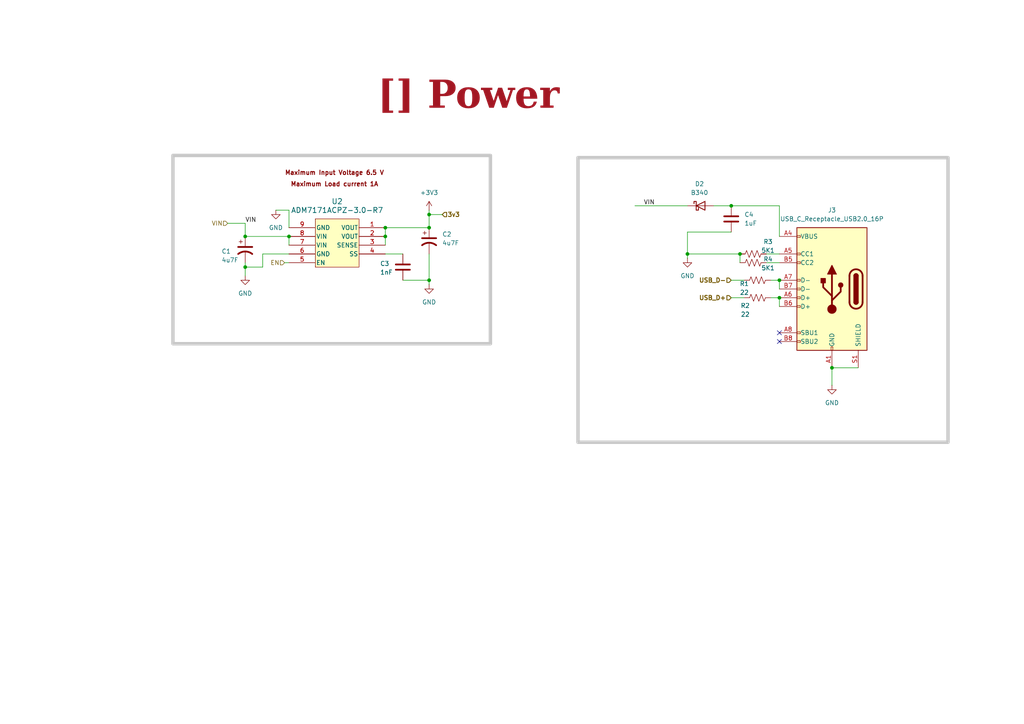
<source format=kicad_sch>
(kicad_sch (version 20250114) (generator "eeschema") (generator_version "9.0")
  (paper "A4")
  (title_block (title "Power") (date "2025-07-10") (rev "${REVISION}") (company "${COMPANY}"))
  (lib_symbols
    (symbol "Connector:USB_C_Receptacle_USB2.0_16P" (pin_names (offset 1.016))
      (property "Reference" "J" (at 0 22.225 0))
      (property "Value" "USB_C_Receptacle_USB2.0_16P" (at 0 19.685 0))
      (symbol "USB_C_Receptacle_USB2.0_16P_0_0"
        (rectangle (start -0.254 -17.78) (end 0.254 -16.764))
        (rectangle (start 10.16 15.494) (end 9.144 14.986))
        (rectangle (start 10.16 10.414) (end 9.144 9.906))
        (rectangle (start 10.16 7.874) (end 9.144 7.366))
        (rectangle (start 10.16 2.794) (end 9.144 2.286))
        (rectangle (start 10.16 0.254) (end 9.144 -0.254))
        (rectangle (start 10.16 -2.286) (end 9.144 -2.794))
        (rectangle (start 10.16 -4.826) (end 9.144 -5.334))
        (rectangle (start 10.16 -12.446) (end 9.144 -12.954))
        (rectangle (start 10.16 -14.986) (end 9.144 -15.494))
      )
      (symbol "USB_C_Receptacle_USB2.0_16P_0_1"
        (rectangle (start -10.16 17.78) (end 10.16 -17.78) (stroke (width 0.254)) (fill (type background)))
        (polyline (pts (xy -8.89 -3.81) (xy -8.89 3.81)) (stroke (width 0.508)))
        (rectangle (start -7.62 -3.81) (end -6.35 3.81) (stroke (width 0.254)) (fill (type outline)))
        (arc (start -7.62 3.81) (mid -6.985 4.4423) (end -6.35 3.81) (stroke (width 0.254)))
        (arc (start -7.62 3.81) (mid -6.985 4.4423) (end -6.35 3.81) (stroke (width 0.254)) (fill (type outline)))
        (arc (start -8.89 3.81) (mid -6.985 5.7067) (end -5.08 3.81) (stroke (width 0.508)))
        (arc (start -5.08 -3.81) (mid -6.985 -5.7067) (end -8.89 -3.81) (stroke (width 0.508)))
        (arc (start -6.35 -3.81) (mid -6.985 -4.4423) (end -7.62 -3.81) (stroke (width 0.254)))
        (arc (start -6.35 -3.81) (mid -6.985 -4.4423) (end -7.62 -3.81) (stroke (width 0.254)) (fill (type outline)))
        (polyline (pts (xy -5.08 3.81) (xy -5.08 -3.81)) (stroke (width 0.508)))
        (circle (center -2.54 1.143) (radius 0.635) (stroke (width 0.254)) (fill (type outline)))
        (polyline (pts (xy -1.27 4.318) (xy 0 6.858) (xy 1.27 4.318) (xy -1.27 4.318)) (stroke (width 0.254)) (fill (type outline)))
        (polyline (pts (xy 0 -2.032) (xy 2.54 0.508) (xy 2.54 1.778)) (stroke (width 0.508)))
        (polyline (pts (xy 0 -3.302) (xy -2.54 -0.762) (xy -2.54 0.508)) (stroke (width 0.508)))
        (polyline (pts (xy 0 -5.842) (xy 0 4.318)) (stroke (width 0.508)))
        (circle (center 0 -5.842) (radius 1.27) (fill (type outline)))
        (rectangle (start 1.905 1.778) (end 3.175 3.048) (stroke (width 0.254)) (fill (type outline)))
      )
      (symbol "USB_C_Receptacle_USB2.0_16P_1_1"
        (pin passive line (at -7.62 -22.86 90) (length 5.08) (name "SHIELD") (number "S1"))
        (pin passive line (at 0 -22.86 90) (length 5.08) (name "GND") (number "A1"))
        (pin passive line (at 0 -22.86 90) (length 5.08) (hide yes) (name "GND") (number "A12"))
        (pin passive line (at 0 -22.86 90) (length 5.08) (hide yes) (name "GND") (number "B1"))
        (pin passive line (at 0 -22.86 90) (length 5.08) (hide yes) (name "GND") (number "B12"))
        (pin passive line (at 15.24 15.24 180) (length 5.08) (name "VBUS") (number "A4"))
        (pin passive line (at 15.24 15.24 180) (length 5.08) (hide yes) (name "VBUS") (number "A9"))
        (pin passive line (at 15.24 15.24 180) (length 5.08) (hide yes) (name "VBUS") (number "B4"))
        (pin passive line (at 15.24 15.24 180) (length 5.08) (hide yes) (name "VBUS") (number "B9"))
        (pin bidirectional line (at 15.24 10.16 180) (length 5.08) (name "CC1") (number "A5"))
        (pin bidirectional line (at 15.24 7.62 180) (length 5.08) (name "CC2") (number "B5"))
        (pin bidirectional line (at 15.24 2.54 180) (length 5.08) (name "D-") (number "A7"))
        (pin bidirectional line (at 15.24 0 180) (length 5.08) (name "D-") (number "B7"))
        (pin bidirectional line (at 15.24 -2.54 180) (length 5.08) (name "D+") (number "A6"))
        (pin bidirectional line (at 15.24 -5.08 180) (length 5.08) (name "D+") (number "B6"))
        (pin bidirectional line (at 15.24 -12.7 180) (length 5.08) (name "SBU1") (number "A8"))
        (pin bidirectional line (at 15.24 -15.24 180) (length 5.08) (name "SBU2") (number "B8"))
      )
    )
    (symbol "Device:C" (pin_numbers (hide yes)) (pin_names (offset 0.254))
      (property "Reference" "C" (at 0.635 2.54 0))
      (property "Value" "C" (at 0.635 -2.54 0))
      (symbol "C_0_1"
        (polyline (pts (xy -2.032 0.762) (xy 2.032 0.762)) (stroke (width 0.508)))
        (polyline (pts (xy -2.032 -0.762) (xy 2.032 -0.762)) (stroke (width 0.508)))
      )
      (symbol "C_1_1"
        (pin passive line (at 0 3.81 270) (length 2.794) (name "~") (number "1"))
        (pin passive line (at 0 -3.81 90) (length 2.794) (name "~") (number "2"))
      )
    )
    (symbol "Device:C_Polarized_US" (pin_numbers (hide yes)) (pin_names (offset 0.254) (hide yes))
      (property "Reference" "C" (at 0.635 2.54 0))
      (property "Value" "C_Polarized_US" (at 0.635 -2.54 0))
      (symbol "C_Polarized_US_0_1"
        (polyline (pts (xy -2.032 0.762) (xy 2.032 0.762)) (stroke (width 0.508)))
        (polyline (pts (xy -1.778 2.286) (xy -0.762 2.286)))
        (polyline (pts (xy -1.27 1.778) (xy -1.27 2.794)))
        (arc (start -2.032 -1.27) (mid 0 -0.5572) (end 2.032 -1.27) (stroke (width 0.508)))
      )
      (symbol "C_Polarized_US_1_1"
        (pin passive line (at 0 3.81 270) (length 2.794) (name "~") (number "1"))
        (pin passive line (at 0 -3.81 90) (length 3.302) (name "~") (number "2"))
      )
    )
    (symbol "Device:R_US" (pin_numbers (hide yes)) (pin_names (offset 0))
      (property "Reference" "R" (at 2.54 0 90))
      (property "Value" "R_US" (at -2.54 0 90))
      (symbol "R_US_0_1"
        (polyline (pts (xy 0 2.286) (xy 0 2.54)))
        (polyline (pts (xy 0 2.286) (xy 1.016 1.905) (xy 0 1.524) (xy -1.016 1.143) (xy 0 0.762)))
        (polyline (pts (xy 0 0.762) (xy 1.016 0.381) (xy 0 0) (xy -1.016 -0.381) (xy 0 -0.762)))
        (polyline (pts (xy 0 -0.762) (xy 1.016 -1.143) (xy 0 -1.524) (xy -1.016 -1.905) (xy 0 -2.286)))
        (polyline (pts (xy 0 -2.286) (xy 0 -2.54)))
      )
      (symbol "R_US_1_1"
        (pin passive line (at 0 3.81 270) (length 1.27) (name "~") (number "1"))
        (pin passive line (at 0 -3.81 90) (length 1.27) (name "~") (number "2"))
      )
    )
    (symbol "Diode:B340" (pin_numbers (hide yes)) (pin_names (offset 1.016) (hide yes))
      (property "Reference" "D" (at 0 2.54 0))
      (property "Value" "B340" (at 0 -2.54 0))
      (symbol "B340_0_1"
        (polyline (pts (xy -1.905 0.635) (xy -1.905 1.27) (xy -1.27 1.27) (xy -1.27 -1.27) (xy -0.635 -1.27) (xy -0.635 -0.635)) (stroke (width 0.254)))
        (polyline (pts (xy 1.27 1.27) (xy 1.27 -1.27) (xy -1.27 0) (xy 1.27 1.27)) (stroke (width 0.254)))
        (polyline (pts (xy 1.27 0) (xy -1.27 0)))
      )
      (symbol "B340_1_1"
        (pin passive line (at -3.81 0 0) (length 2.54) (name "K") (number "1"))
        (pin passive line (at 3.81 0 180) (length 2.54) (name "A") (number "2"))
      )
    )
    (symbol "_Misc_Symbols:ADM7171ACPZ-3.0-R7" (pin_names (offset 0.254))
      (property "Reference" "U" (at 0 15.24 0))
      (property "Value" "ADM7171ACPZ-3.0-R7" (at 0 12.7 0))
      (symbol "ADM7171ACPZ-3.0-R7_0_1"
        (pin power_out line (at 12.7 5.08 180) (length 7.62) (name "GND") (number "9"))
        (pin power_in line (at 12.7 2.54 180) (length 7.62) (name "VIN") (number "8"))
        (pin power_in line (at 12.7 0 180) (length 7.62) (name "VIN") (number "7"))
        (pin input line (at 12.7 -5.08 180) (length 7.62) (name "EN") (number "5"))
      )
      (symbol "ADM7171ACPZ-3.0-R7_1_1"
        (rectangle (start -7.62 7.62) (end 5.08 -6.35) (fill (type background)))
        (pin power_out line (at -15.24 5.08 0) (length 7.62) (name "VOUT") (number "1"))
        (pin passive line (at -15.24 2.54 0) (length 7.62) (name "VOUT") (number "2"))
        (pin passive line (at -15.24 0 0) (length 7.62) (name "SENSE") (number "3"))
        (pin passive line (at -15.24 -2.54 0) (length 7.62) (name "SS") (number "4"))
        (pin passive line (at 12.7 -2.54 180) (length 7.62) (name "GND") (number "6"))
      )
    )
    (symbol "power:+3V3" (power) (pin_numbers (hide yes)) (pin_names (offset 0) (hide yes))
      (property "Value" "+3V3" (at 0 3.556 0))
      (symbol "+3V3_0_1"
        (polyline (pts (xy -0.762 1.27) (xy 0 2.54)))
        (polyline (pts (xy 0 2.54) (xy 0.762 1.27)))
        (polyline (pts (xy 0 0) (xy 0 2.54)))
      )
      (symbol "+3V3_1_1"
        (pin power_in line (at 0 0 90) (length 0) (name "~") (number "1"))
      )
    )
    (symbol "power:GND" (power) (pin_numbers (hide yes)) (pin_names (offset 0) (hide yes))
      (property "Value" "GND" (at 0 -3.81 0))
      (symbol "GND_0_1"
        (polyline (pts (xy 0 0) (xy 0 -1.27) (xy 1.27 -1.27) (xy 0 -2.54) (xy -1.27 -1.27) (xy 0 -1.27)))
      )
      (symbol "GND_1_1"
        (pin power_in line (at 0 0 270) (length 0) (name "~") (number "1"))
      )
    )
  )
  (rectangle (start 167.64 45.72) (end 274.955 128.27) (stroke (width 1) (color 200 200 200 1)))
  (rectangle (start 50.165 45.085) (end 142.24 99.695) (stroke (width 1) (color 200 200 200 1)))
  (text "Maximum Load current 1A" (at 97.028 53.594 0) (effects (font (size 1.27 1.27) (thickness 0.254) (bold yes))))
  (text "Maximum Input Voltage 6.5 V" (at 97.028 50.292 0) (effects (font (size 1.27 1.27) (thickness 0.254) (bold yes))))
  (text_box "[${#}] ${TITLE}" (at 87.63 21.59 0) (size 96.52 12.7) (margins 5.9999 5.9999 5.9999 5.9999) (stroke (width -0.0001)) (effects (font (size 8 8) (thickness 1.2) (bold yes))))
  (junction (at 226.06 81.28))
  (junction (at 83.82 68.58))
  (junction (at 124.46 62.23))
  (junction (at 71.12 77.47))
  (junction (at 226.06 86.36))
  (junction (at 199.39 73.66))
  (junction (at 124.46 81.28))
  (junction (at 71.12 68.58))
  (junction (at 241.3 106.68))
  (junction (at 124.46 66.04))
  (junction (at 111.76 66.04))
  (junction (at 214.63 73.66))
  (junction (at 212.09 59.69))
  (junction (at 111.76 68.58))
  (no_connect (at 226.06 96.52))
  (no_connect (at 226.06 99.06))
  (wire (pts (xy 124.46 73.66) (xy 124.46 81.28)))
  (wire (pts (xy 199.39 67.31) (xy 212.09 67.31)))
  (wire (pts (xy 124.46 62.23) (xy 128.27 62.23)))
  (wire (pts (xy 82.55 76.2) (xy 83.82 76.2)))
  (wire (pts (xy 76.2 77.47) (xy 71.12 77.47)))
  (wire (pts (xy 226.06 68.58) (xy 226.06 59.69)))
  (wire (pts (xy 111.76 66.04) (xy 111.76 68.58)))
  (wire (pts (xy 71.12 76.2) (xy 71.12 77.47)))
  (wire (pts (xy 241.3 106.68) (xy 241.3 111.76)))
  (wire (pts (xy 241.3 106.68) (xy 248.92 106.68)))
  (wire (pts (xy 71.12 77.47) (xy 71.12 80.01)))
  (wire (pts (xy 76.2 73.66) (xy 76.2 77.47)))
  (wire (pts (xy 226.06 59.69) (xy 212.09 59.69)))
  (wire (pts (xy 222.25 76.2) (xy 226.06 76.2)))
  (wire (pts (xy 124.46 81.28) (xy 124.46 82.55)))
  (wire (pts (xy 214.63 73.66) (xy 214.63 76.2)))
  (wire (pts (xy 223.52 86.36) (xy 226.06 86.36)))
  (wire (pts (xy 199.39 73.66) (xy 214.63 73.66)))
  (wire (pts (xy 71.12 68.58) (xy 83.82 68.58)))
  (wire (pts (xy 226.06 86.36) (xy 226.06 88.9)))
  (wire (pts (xy 83.82 73.66) (xy 76.2 73.66)))
  (wire (pts (xy 124.46 60.96) (xy 124.46 62.23)))
  (wire (pts (xy 80.01 60.96) (xy 83.82 60.96)))
  (wire (pts (xy 212.09 81.28) (xy 215.9 81.28)))
  (wire (pts (xy 124.46 62.23) (xy 124.46 66.04)))
  (wire (pts (xy 223.52 81.28) (xy 226.06 81.28)))
  (wire (pts (xy 83.82 68.58) (xy 83.82 71.12)))
  (wire (pts (xy 116.84 81.28) (xy 124.46 81.28)))
  (wire (pts (xy 184.15 59.69) (xy 199.39 59.69)))
  (wire (pts (xy 207.01 59.69) (xy 212.09 59.69)))
  (wire (pts (xy 226.06 81.28) (xy 226.06 83.82)))
  (wire (pts (xy 199.39 73.66) (xy 199.39 67.31)))
  (wire (pts (xy 83.82 60.96) (xy 83.82 66.04)))
  (wire (pts (xy 111.76 68.58) (xy 111.76 71.12)))
  (wire (pts (xy 111.76 73.66) (xy 116.84 73.66)))
  (wire (pts (xy 71.12 64.77) (xy 71.12 68.58)))
  (wire (pts (xy 111.76 66.04) (xy 124.46 66.04)))
  (wire (pts (xy 212.09 86.36) (xy 215.9 86.36)))
  (wire (pts (xy 199.39 74.93) (xy 199.39 73.66)))
  (wire (pts (xy 222.25 73.66) (xy 226.06 73.66)))
  (wire (pts (xy 66.04 64.77) (xy 71.12 64.77)))
  (label "VIN" (at 186.69 59.69 0) (effects (font (thickness 0.1588))))
  (label "VIN" (at 71.12 64.77 0) (effects (font (thickness 0.1588))))
  (hierarchical_label "3v3" (shape input) (at 128.27 62.23 0) (effects (font (thickness 0.254) (bold yes))))
  (hierarchical_label "VIN" (shape input) (at 66.04 64.77 180))
  (hierarchical_label "EN" (shape input) (at 82.55 76.2 180))
  (hierarchical_label "USB_D-" (shape input) (at 212.09 81.28 180) (effects (font (thickness 0.254) (bold yes))))
  (hierarchical_label "USB_D+" (shape input) (at 212.09 86.36 180) (effects (font (thickness 0.254) (bold yes))))
  (symbol (lib_id "Device:R_US") (at 219.71 86.36 90) (unit 1)
    (property "Reference" "R2" (at 216.154 88.646 90))
    (property "Value" "22" (at 216.154 91.186 90))
    (property "Footprint" "Resistor_SMD:R_0805_2012Metric_Pad1.20x1.40mm_HandSolder" (effects (hide yes)))
    (property "Description" "Resistor, US symbol" (effects (hide yes)))
  )
  (symbol (lib_id "Device:C_Polarized_US") (at 124.46 69.85 0) (unit 1)
    (property "Reference" "C2" (at 128.27 67.9449 0) (effects (justify left)))
    (property "Value" "4u7F" (at 128.27 70.4849 0) (effects (justify left)))
    (property "Footprint" "Capacitor_SMD:C_0805_2012Metric_Pad1.18x1.45mm_HandSolder" (effects (hide yes)))
    (property "Description" "Polarized capacitor, US symbol" (effects (hide yes)))
  )
  (symbol (lib_id "_Misc_Symbols:ADM7171ACPZ-3.0-R7") (at 96.52 71.12 0) (mirror y) (unit 1)
    (property "Reference" "U2" (at 97.79 58.42 0) (effects (font (size 1.524 1.524))))
    (property "Value" "ADM7171ACPZ-3.0-R7" (at 97.79 60.96 0) (effects (font (size 1.524 1.524))))
    (property "Footprint" "User_Footprint:LFCSP-8-1EP_3x3mm_P0.5mm_EP_1.70x2.54mm" (effects (hide yes)))
    (property "Datasheet" "ADM7171ACPZ-3.0-R7" (effects (hide yes)))
  )
  (symbol (lib_id "power:GND") (at 71.12 80.01 0) (unit 1)
    (property "Reference" "#PWR0102" (effects (hide yes)))
    (property "Value" "GND" (at 71.12 85.09 0))
    (property "Description" "Power symbol creates a global label with name \"GND\" , ground" (effects (hide yes)))
  )
  (symbol (lib_id "power:+3V3") (at 124.46 60.96 0) (unit 1)
    (property "Reference" "#PWR04" (effects (hide yes)))
    (property "Value" "+3V3" (at 124.46 55.88 0))
    (property "Description" "Power symbol creates a global label with name \"+3V3\"" (effects (hide yes)))
  )
  (symbol (lib_id "Device:R_US") (at 219.71 81.28 90) (unit 1)
    (property "Reference" "R1" (at 215.9 82.296 90))
    (property "Value" "22" (at 215.9 84.836 90))
    (property "Footprint" "Resistor_SMD:R_0805_2012Metric_Pad1.20x1.40mm_HandSolder" (effects (hide yes)))
    (property "Description" "Resistor, US symbol" (effects (hide yes)))
  )
  (symbol (lib_id "Device:C_Polarized_US") (at 71.12 72.39 0) (unit 1)
    (property "Reference" "C1" (at 64.262 72.898 0) (effects (justify left)))
    (property "Value" "4u7F" (at 64.262 75.438 0) (effects (justify left)))
    (property "Footprint" "Capacitor_SMD:C_0805_2012Metric_Pad1.18x1.45mm_HandSolder" (effects (hide yes)))
    (property "Description" "Polarized capacitor, US symbol" (effects (hide yes)))
  )
  (symbol (lib_id "power:GND") (at 241.3 111.76 0) (unit 1)
    (property "Reference" "#PWR05" (effects (hide yes)))
    (property "Value" "GND" (at 241.3 116.84 0))
    (property "Description" "Power symbol creates a global label with name \"GND\" , ground" (effects (hide yes)))
  )
  (symbol (lib_id "Device:C") (at 212.09 63.5 0) (unit 1)
    (property "Reference" "C4" (at 215.9 62.2299 0) (effects (justify left)))
    (property "Value" "1uF" (at 215.9 64.7699 0) (effects (justify left)))
    (property "Footprint" "Capacitor_SMD:C_0805_2012Metric_Pad1.18x1.45mm_HandSolder" (effects (hide yes)))
    (property "Description" "Unpolarized capacitor" (effects (hide yes)))
  )
  (symbol (lib_id "power:GND") (at 80.01 60.96 0) (unit 1)
    (property "Reference" "#PWR03" (effects (hide yes)))
    (property "Value" "GND" (at 80.01 66.04 0))
    (property "Description" "Power symbol creates a global label with name \"GND\" , ground" (effects (hide yes)))
  )
  (symbol (lib_id "Diode:B340") (at 203.2 59.69 0) (unit 1)
    (property "Reference" "D2" (at 202.8825 53.34 0))
    (property "Value" "B340" (at 202.8825 55.88 0))
    (property "Footprint" "Diode_SMD:D_SMA" (effects (hide yes)))
    (property "Datasheet" "http://www.jameco.com/Jameco/Products/ProdDS/1538777.pdf" (effects (hide yes)))
    (property "Description" "40V 3A Schottky Barrier Rectifier Diode, SMC" (effects (hide yes)))
  )
  (symbol (lib_id "Device:R_US") (at 218.44 73.66 90) (unit 1)
    (property "Reference" "R3" (at 222.758 70.104 90))
    (property "Value" "5K1" (at 222.758 72.644 90))
    (property "Footprint" "Resistor_SMD:R_0805_2012Metric_Pad1.20x1.40mm_HandSolder" (effects (hide yes)))
    (property "Description" "Resistor, US symbol" (effects (hide yes)))
  )
  (symbol (lib_id "Connector:USB_C_Receptacle_USB2.0_16P") (at 241.3 83.82 0) (mirror y) (unit 1)
    (property "Reference" "J3" (at 241.3 60.96 0))
    (property "Value" "USB_C_Receptacle_USB2.0_16P" (at 241.3 63.5 0))
    (property "Footprint" "Connector_USB:USB_C_Receptacle_Palconn_UTC16-G" (effects (hide yes)))
    (property "Datasheet" "https://www.usb.org/sites/default/files/documents/usb_type-c.zip" (effects (hide yes)))
    (property "Description" "USB 2.0-only 16P Type-C Receptacle connector" (effects (hide yes)))
  )
  (symbol (lib_id "Device:C") (at 116.84 77.47 0) (unit 1)
    (property "Reference" "C3" (at 110.236 76.454 0) (effects (justify left)))
    (property "Value" "1nF" (at 110.236 78.994 0) (effects (justify left)))
    (property "Footprint" "Capacitor_SMD:C_0805_2012Metric_Pad1.18x1.45mm_HandSolder" (effects (hide yes)))
    (property "Description" "Unpolarized capacitor" (effects (hide yes)))
  )
  (symbol (lib_id "power:GND") (at 199.39 74.93 0) (unit 1)
    (property "Reference" "#PWR06" (effects (hide yes)))
    (property "Value" "GND" (at 199.39 80.01 0))
    (property "Description" "Power symbol creates a global label with name \"GND\" , ground" (effects (hide yes)))
  )
  (symbol (lib_id "power:GND") (at 124.46 82.55 0) (unit 1)
    (property "Reference" "#PWR0101" (effects (hide yes)))
    (property "Value" "GND" (at 124.46 87.63 0))
    (property "Description" "Power symbol creates a global label with name \"GND\" , ground" (effects (hide yes)))
  )
  (symbol (lib_id "Device:R_US") (at 218.44 76.2 90) (unit 1)
    (property "Reference" "R4" (at 222.758 75.184 90))
    (property "Value" "5K1" (at 222.758 77.724 90))
    (property "Footprint" "Resistor_SMD:R_0805_2012Metric_Pad1.20x1.40mm_HandSolder" (effects (hide yes)))
    (property "Description" "Resistor, US symbol" (effects (hide yes)))
  )
)
</source>
